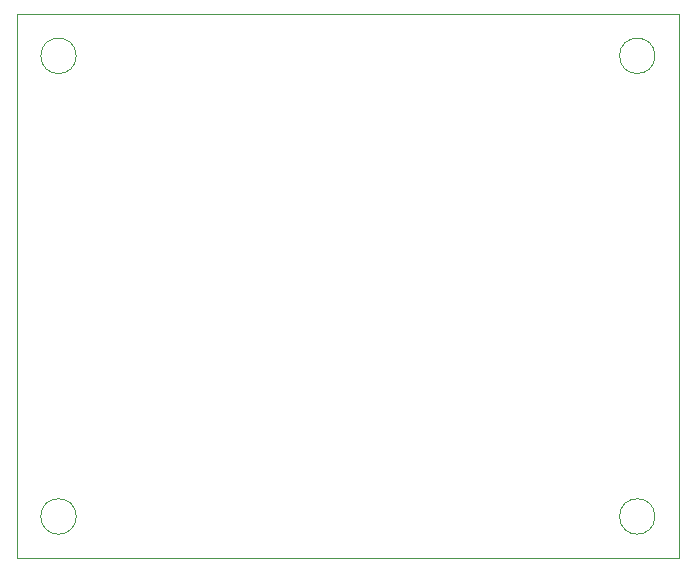
<source format=gbr>
%TF.GenerationSoftware,KiCad,Pcbnew,5.99.0-unknown-2a6c73b8df~142~ubuntu21.04.1*%
%TF.CreationDate,2021-10-24T13:29:39+00:00*%
%TF.ProjectId,wederian,77656465-7269-4616-9e2e-6b696361645f,rev?*%
%TF.SameCoordinates,Original*%
%TF.FileFunction,Profile,NP*%
%FSLAX46Y46*%
G04 Gerber Fmt 4.6, Leading zero omitted, Abs format (unit mm)*
G04 Created by KiCad (PCBNEW 5.99.0-unknown-2a6c73b8df~142~ubuntu21.04.1) date 2021-10-24 13:29:39*
%MOMM*%
%LPD*%
G01*
G04 APERTURE LIST*
%TA.AperFunction,Profile*%
%ADD10C,0.050000*%
%TD*%
%TA.AperFunction,Profile*%
%ADD11C,0.100000*%
%TD*%
G04 APERTURE END LIST*
D10*
X189000000Y-81500000D02*
G75*
G03*
X189000000Y-81500000I-1500000J0D01*
G01*
X189000000Y-120500000D02*
G75*
G03*
X189000000Y-120500000I-1500000J0D01*
G01*
X140000000Y-120500000D02*
G75*
G03*
X140000000Y-120500000I-1500000J0D01*
G01*
X140000000Y-81500000D02*
G75*
G03*
X140000000Y-81500000I-1500000J0D01*
G01*
D11*
X191000000Y-78000000D02*
X191000000Y-124000000D01*
X135000000Y-78000000D02*
X191000000Y-78000000D01*
X191000000Y-124000000D02*
X135000000Y-124000000D01*
X135000000Y-124000000D02*
X135000000Y-78000000D01*
M02*

</source>
